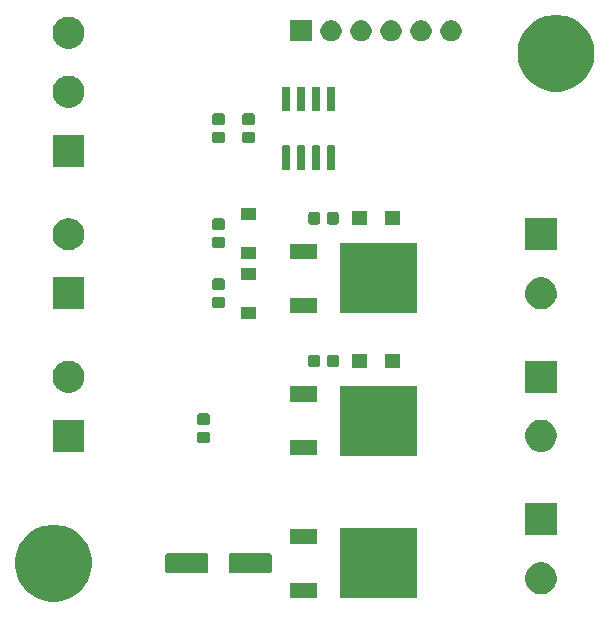
<source format=gbr>
G04 #@! TF.GenerationSoftware,KiCad,Pcbnew,(5.1.5)-3*
G04 #@! TF.CreationDate,2020-06-25T10:52:07+02:00*
G04 #@! TF.ProjectId,VacTool,56616354-6f6f-46c2-9e6b-696361645f70,v0.0*
G04 #@! TF.SameCoordinates,Original*
G04 #@! TF.FileFunction,Soldermask,Top*
G04 #@! TF.FilePolarity,Negative*
%FSLAX46Y46*%
G04 Gerber Fmt 4.6, Leading zero omitted, Abs format (unit mm)*
G04 Created by KiCad (PCBNEW (5.1.5)-3) date 2020-06-25 10:52:07*
%MOMM*%
%LPD*%
G04 APERTURE LIST*
%ADD10C,0.100000*%
G04 APERTURE END LIST*
D10*
G36*
X128904239Y-116191467D02*
G01*
X129218282Y-116253934D01*
X129809926Y-116499001D01*
X130342392Y-116854784D01*
X130795216Y-117307608D01*
X131150999Y-117840074D01*
X131396066Y-118431718D01*
X131430910Y-118606891D01*
X131521000Y-119059803D01*
X131521000Y-119700197D01*
X131468315Y-119965063D01*
X131396066Y-120328282D01*
X131150999Y-120919926D01*
X130795216Y-121452392D01*
X130342392Y-121905216D01*
X129809926Y-122260999D01*
X129218282Y-122506066D01*
X128904239Y-122568533D01*
X128590197Y-122631000D01*
X127949803Y-122631000D01*
X127635761Y-122568533D01*
X127321718Y-122506066D01*
X126730074Y-122260999D01*
X126197608Y-121905216D01*
X125744784Y-121452392D01*
X125389001Y-120919926D01*
X125143934Y-120328282D01*
X125071685Y-119965063D01*
X125019000Y-119700197D01*
X125019000Y-119059803D01*
X125109090Y-118606891D01*
X125143934Y-118431718D01*
X125389001Y-117840074D01*
X125744784Y-117307608D01*
X126197608Y-116854784D01*
X126730074Y-116499001D01*
X127321718Y-116253934D01*
X127635761Y-116191467D01*
X127949803Y-116129000D01*
X128590197Y-116129000D01*
X128904239Y-116191467D01*
G37*
G36*
X159021000Y-122331000D02*
G01*
X152519000Y-122331000D01*
X152519000Y-116429000D01*
X159021000Y-116429000D01*
X159021000Y-122331000D01*
G37*
G36*
X150621000Y-122311000D02*
G01*
X148319000Y-122311000D01*
X148319000Y-121009000D01*
X150621000Y-121009000D01*
X150621000Y-122311000D01*
G37*
G36*
X169939072Y-119350918D02*
G01*
X170116523Y-119424420D01*
X170184939Y-119452759D01*
X170272928Y-119511552D01*
X170406211Y-119600609D01*
X170594391Y-119788789D01*
X170742242Y-120010063D01*
X170844082Y-120255928D01*
X170896000Y-120516937D01*
X170896000Y-120783063D01*
X170868777Y-120919924D01*
X170844082Y-121044072D01*
X170742241Y-121289939D01*
X170716141Y-121329000D01*
X170606891Y-121492504D01*
X170594390Y-121511212D01*
X170406212Y-121699390D01*
X170184939Y-121847241D01*
X170184938Y-121847242D01*
X170184937Y-121847242D01*
X169939072Y-121949082D01*
X169678063Y-122001000D01*
X169411937Y-122001000D01*
X169150928Y-121949082D01*
X168905063Y-121847242D01*
X168905062Y-121847242D01*
X168905061Y-121847241D01*
X168683788Y-121699390D01*
X168495610Y-121511212D01*
X168483110Y-121492504D01*
X168373859Y-121329000D01*
X168347759Y-121289939D01*
X168245918Y-121044072D01*
X168221223Y-120919924D01*
X168194000Y-120783063D01*
X168194000Y-120516937D01*
X168245918Y-120255928D01*
X168347758Y-120010063D01*
X168495609Y-119788789D01*
X168683789Y-119600609D01*
X168817072Y-119511552D01*
X168905061Y-119452759D01*
X168973478Y-119424420D01*
X169150928Y-119350918D01*
X169411937Y-119299000D01*
X169678063Y-119299000D01*
X169939072Y-119350918D01*
G37*
G36*
X146595997Y-118533051D02*
G01*
X146629652Y-118543261D01*
X146660665Y-118559838D01*
X146687851Y-118582149D01*
X146710162Y-118609335D01*
X146726739Y-118640348D01*
X146736949Y-118674003D01*
X146741000Y-118715138D01*
X146741000Y-120044862D01*
X146736949Y-120085997D01*
X146726739Y-120119652D01*
X146710162Y-120150665D01*
X146687851Y-120177851D01*
X146660665Y-120200162D01*
X146629652Y-120216739D01*
X146595997Y-120226949D01*
X146554862Y-120231000D01*
X143325138Y-120231000D01*
X143284003Y-120226949D01*
X143250348Y-120216739D01*
X143219335Y-120200162D01*
X143192149Y-120177851D01*
X143169838Y-120150665D01*
X143153261Y-120119652D01*
X143143051Y-120085997D01*
X143139000Y-120044862D01*
X143139000Y-118715138D01*
X143143051Y-118674003D01*
X143153261Y-118640348D01*
X143169838Y-118609335D01*
X143192149Y-118582149D01*
X143219335Y-118559838D01*
X143250348Y-118543261D01*
X143284003Y-118533051D01*
X143325138Y-118529000D01*
X146554862Y-118529000D01*
X146595997Y-118533051D01*
G37*
G36*
X141195997Y-118533051D02*
G01*
X141229652Y-118543261D01*
X141260665Y-118559838D01*
X141287851Y-118582149D01*
X141310162Y-118609335D01*
X141326739Y-118640348D01*
X141336949Y-118674003D01*
X141341000Y-118715138D01*
X141341000Y-120044862D01*
X141336949Y-120085997D01*
X141326739Y-120119652D01*
X141310162Y-120150665D01*
X141287851Y-120177851D01*
X141260665Y-120200162D01*
X141229652Y-120216739D01*
X141195997Y-120226949D01*
X141154862Y-120231000D01*
X137925138Y-120231000D01*
X137884003Y-120226949D01*
X137850348Y-120216739D01*
X137819335Y-120200162D01*
X137792149Y-120177851D01*
X137769838Y-120150665D01*
X137753261Y-120119652D01*
X137743051Y-120085997D01*
X137739000Y-120044862D01*
X137739000Y-118715138D01*
X137743051Y-118674003D01*
X137753261Y-118640348D01*
X137769838Y-118609335D01*
X137792149Y-118582149D01*
X137819335Y-118559838D01*
X137850348Y-118543261D01*
X137884003Y-118533051D01*
X137925138Y-118529000D01*
X141154862Y-118529000D01*
X141195997Y-118533051D01*
G37*
G36*
X150621000Y-117751000D02*
G01*
X148319000Y-117751000D01*
X148319000Y-116449000D01*
X150621000Y-116449000D01*
X150621000Y-117751000D01*
G37*
G36*
X170896000Y-117001000D02*
G01*
X168194000Y-117001000D01*
X168194000Y-114299000D01*
X170896000Y-114299000D01*
X170896000Y-117001000D01*
G37*
G36*
X159021000Y-110266000D02*
G01*
X152519000Y-110266000D01*
X152519000Y-104364000D01*
X159021000Y-104364000D01*
X159021000Y-110266000D01*
G37*
G36*
X150621000Y-110246000D02*
G01*
X148319000Y-110246000D01*
X148319000Y-108944000D01*
X150621000Y-108944000D01*
X150621000Y-110246000D01*
G37*
G36*
X169939072Y-107285918D02*
G01*
X170184939Y-107387759D01*
X170284675Y-107454401D01*
X170406211Y-107535609D01*
X170594391Y-107723789D01*
X170742242Y-107945063D01*
X170844082Y-108190928D01*
X170896000Y-108451937D01*
X170896000Y-108718063D01*
X170844082Y-108979072D01*
X170743746Y-109221307D01*
X170742241Y-109224939D01*
X170594390Y-109446212D01*
X170406212Y-109634390D01*
X170184939Y-109782241D01*
X170184938Y-109782242D01*
X170184937Y-109782242D01*
X169939072Y-109884082D01*
X169678063Y-109936000D01*
X169411937Y-109936000D01*
X169150928Y-109884082D01*
X168905063Y-109782242D01*
X168905062Y-109782242D01*
X168905061Y-109782241D01*
X168683788Y-109634390D01*
X168495610Y-109446212D01*
X168347759Y-109224939D01*
X168346255Y-109221307D01*
X168245918Y-108979072D01*
X168194000Y-108718063D01*
X168194000Y-108451937D01*
X168245918Y-108190928D01*
X168347758Y-107945063D01*
X168495609Y-107723789D01*
X168683789Y-107535609D01*
X168805325Y-107454401D01*
X168905061Y-107387759D01*
X169150928Y-107285918D01*
X169411937Y-107234000D01*
X169678063Y-107234000D01*
X169939072Y-107285918D01*
G37*
G36*
X130891000Y-109936000D02*
G01*
X128189000Y-109936000D01*
X128189000Y-107234000D01*
X130891000Y-107234000D01*
X130891000Y-109936000D01*
G37*
G36*
X141349591Y-108253085D02*
G01*
X141383569Y-108263393D01*
X141414890Y-108280134D01*
X141442339Y-108302661D01*
X141464866Y-108330110D01*
X141481607Y-108361431D01*
X141491915Y-108395409D01*
X141496000Y-108436890D01*
X141496000Y-109038110D01*
X141491915Y-109079591D01*
X141481607Y-109113569D01*
X141464866Y-109144890D01*
X141442339Y-109172339D01*
X141414890Y-109194866D01*
X141383569Y-109211607D01*
X141349591Y-109221915D01*
X141308110Y-109226000D01*
X140631890Y-109226000D01*
X140590409Y-109221915D01*
X140556431Y-109211607D01*
X140525110Y-109194866D01*
X140497661Y-109172339D01*
X140475134Y-109144890D01*
X140458393Y-109113569D01*
X140448085Y-109079591D01*
X140444000Y-109038110D01*
X140444000Y-108436890D01*
X140448085Y-108395409D01*
X140458393Y-108361431D01*
X140475134Y-108330110D01*
X140497661Y-108302661D01*
X140525110Y-108280134D01*
X140556431Y-108263393D01*
X140590409Y-108253085D01*
X140631890Y-108249000D01*
X141308110Y-108249000D01*
X141349591Y-108253085D01*
G37*
G36*
X141349591Y-106678085D02*
G01*
X141383569Y-106688393D01*
X141414890Y-106705134D01*
X141442339Y-106727661D01*
X141464866Y-106755110D01*
X141481607Y-106786431D01*
X141491915Y-106820409D01*
X141496000Y-106861890D01*
X141496000Y-107463110D01*
X141491915Y-107504591D01*
X141481607Y-107538569D01*
X141464866Y-107569890D01*
X141442339Y-107597339D01*
X141414890Y-107619866D01*
X141383569Y-107636607D01*
X141349591Y-107646915D01*
X141308110Y-107651000D01*
X140631890Y-107651000D01*
X140590409Y-107646915D01*
X140556431Y-107636607D01*
X140525110Y-107619866D01*
X140497661Y-107597339D01*
X140475134Y-107569890D01*
X140458393Y-107538569D01*
X140448085Y-107504591D01*
X140444000Y-107463110D01*
X140444000Y-106861890D01*
X140448085Y-106820409D01*
X140458393Y-106786431D01*
X140475134Y-106755110D01*
X140497661Y-106727661D01*
X140525110Y-106705134D01*
X140556431Y-106688393D01*
X140590409Y-106678085D01*
X140631890Y-106674000D01*
X141308110Y-106674000D01*
X141349591Y-106678085D01*
G37*
G36*
X150621000Y-105686000D02*
G01*
X148319000Y-105686000D01*
X148319000Y-104384000D01*
X150621000Y-104384000D01*
X150621000Y-105686000D01*
G37*
G36*
X170896000Y-104936000D02*
G01*
X168194000Y-104936000D01*
X168194000Y-102234000D01*
X170896000Y-102234000D01*
X170896000Y-104936000D01*
G37*
G36*
X129934072Y-102285918D02*
G01*
X130179939Y-102387759D01*
X130291328Y-102462187D01*
X130401211Y-102535609D01*
X130589391Y-102723789D01*
X130662813Y-102833672D01*
X130737241Y-102945061D01*
X130839082Y-103190928D01*
X130891000Y-103451938D01*
X130891000Y-103718062D01*
X130839082Y-103979072D01*
X130737241Y-104224939D01*
X130589390Y-104446212D01*
X130401212Y-104634390D01*
X130179939Y-104782241D01*
X130179938Y-104782242D01*
X130179937Y-104782242D01*
X129934072Y-104884082D01*
X129673063Y-104936000D01*
X129406937Y-104936000D01*
X129145928Y-104884082D01*
X128900063Y-104782242D01*
X128900062Y-104782242D01*
X128900061Y-104782241D01*
X128678788Y-104634390D01*
X128490610Y-104446212D01*
X128342759Y-104224939D01*
X128240918Y-103979072D01*
X128189000Y-103718062D01*
X128189000Y-103451938D01*
X128240918Y-103190928D01*
X128342759Y-102945061D01*
X128417187Y-102833672D01*
X128490609Y-102723789D01*
X128678789Y-102535609D01*
X128788672Y-102462187D01*
X128900061Y-102387759D01*
X129145928Y-102285918D01*
X129406937Y-102234000D01*
X129673063Y-102234000D01*
X129934072Y-102285918D01*
G37*
G36*
X157576000Y-102836000D02*
G01*
X156374000Y-102836000D01*
X156374000Y-101634000D01*
X157576000Y-101634000D01*
X157576000Y-102836000D01*
G37*
G36*
X154776000Y-102836000D02*
G01*
X153574000Y-102836000D01*
X153574000Y-101634000D01*
X154776000Y-101634000D01*
X154776000Y-102836000D01*
G37*
G36*
X150684591Y-101713085D02*
G01*
X150718569Y-101723393D01*
X150749890Y-101740134D01*
X150777339Y-101762661D01*
X150799866Y-101790110D01*
X150816607Y-101821431D01*
X150826915Y-101855409D01*
X150831000Y-101896890D01*
X150831000Y-102573110D01*
X150826915Y-102614591D01*
X150816607Y-102648569D01*
X150799866Y-102679890D01*
X150777339Y-102707339D01*
X150749890Y-102729866D01*
X150718569Y-102746607D01*
X150684591Y-102756915D01*
X150643110Y-102761000D01*
X150041890Y-102761000D01*
X150000409Y-102756915D01*
X149966431Y-102746607D01*
X149935110Y-102729866D01*
X149907661Y-102707339D01*
X149885134Y-102679890D01*
X149868393Y-102648569D01*
X149858085Y-102614591D01*
X149854000Y-102573110D01*
X149854000Y-101896890D01*
X149858085Y-101855409D01*
X149868393Y-101821431D01*
X149885134Y-101790110D01*
X149907661Y-101762661D01*
X149935110Y-101740134D01*
X149966431Y-101723393D01*
X150000409Y-101713085D01*
X150041890Y-101709000D01*
X150643110Y-101709000D01*
X150684591Y-101713085D01*
G37*
G36*
X152259591Y-101713085D02*
G01*
X152293569Y-101723393D01*
X152324890Y-101740134D01*
X152352339Y-101762661D01*
X152374866Y-101790110D01*
X152391607Y-101821431D01*
X152401915Y-101855409D01*
X152406000Y-101896890D01*
X152406000Y-102573110D01*
X152401915Y-102614591D01*
X152391607Y-102648569D01*
X152374866Y-102679890D01*
X152352339Y-102707339D01*
X152324890Y-102729866D01*
X152293569Y-102746607D01*
X152259591Y-102756915D01*
X152218110Y-102761000D01*
X151616890Y-102761000D01*
X151575409Y-102756915D01*
X151541431Y-102746607D01*
X151510110Y-102729866D01*
X151482661Y-102707339D01*
X151460134Y-102679890D01*
X151443393Y-102648569D01*
X151433085Y-102614591D01*
X151429000Y-102573110D01*
X151429000Y-101896890D01*
X151433085Y-101855409D01*
X151443393Y-101821431D01*
X151460134Y-101790110D01*
X151482661Y-101762661D01*
X151510110Y-101740134D01*
X151541431Y-101723393D01*
X151575409Y-101713085D01*
X151616890Y-101709000D01*
X152218110Y-101709000D01*
X152259591Y-101713085D01*
G37*
G36*
X145431000Y-98671000D02*
G01*
X144129000Y-98671000D01*
X144129000Y-97669000D01*
X145431000Y-97669000D01*
X145431000Y-98671000D01*
G37*
G36*
X159021000Y-98201000D02*
G01*
X152519000Y-98201000D01*
X152519000Y-92299000D01*
X159021000Y-92299000D01*
X159021000Y-98201000D01*
G37*
G36*
X150621000Y-98181000D02*
G01*
X148319000Y-98181000D01*
X148319000Y-96879000D01*
X150621000Y-96879000D01*
X150621000Y-98181000D01*
G37*
G36*
X169939072Y-95220918D02*
G01*
X170167509Y-95315539D01*
X170184939Y-95322759D01*
X170188457Y-95325110D01*
X170406211Y-95470609D01*
X170594391Y-95658789D01*
X170742242Y-95880063D01*
X170844082Y-96125928D01*
X170896000Y-96386937D01*
X170896000Y-96653063D01*
X170860130Y-96833393D01*
X170844082Y-96914072D01*
X170742241Y-97159939D01*
X170594390Y-97381212D01*
X170406212Y-97569390D01*
X170184939Y-97717241D01*
X170184938Y-97717242D01*
X170184937Y-97717242D01*
X169939072Y-97819082D01*
X169678063Y-97871000D01*
X169411937Y-97871000D01*
X169150928Y-97819082D01*
X168905063Y-97717242D01*
X168905062Y-97717242D01*
X168905061Y-97717241D01*
X168683788Y-97569390D01*
X168495610Y-97381212D01*
X168347759Y-97159939D01*
X168245918Y-96914072D01*
X168229870Y-96833393D01*
X168194000Y-96653063D01*
X168194000Y-96386937D01*
X168245918Y-96125928D01*
X168347758Y-95880063D01*
X168495609Y-95658789D01*
X168683789Y-95470609D01*
X168901543Y-95325110D01*
X168905061Y-95322759D01*
X168922492Y-95315539D01*
X169150928Y-95220918D01*
X169411937Y-95169000D01*
X169678063Y-95169000D01*
X169939072Y-95220918D01*
G37*
G36*
X130891000Y-97871000D02*
G01*
X128189000Y-97871000D01*
X128189000Y-95169000D01*
X130891000Y-95169000D01*
X130891000Y-97871000D01*
G37*
G36*
X142619591Y-96823085D02*
G01*
X142653569Y-96833393D01*
X142684890Y-96850134D01*
X142712339Y-96872661D01*
X142734866Y-96900110D01*
X142751607Y-96931431D01*
X142761915Y-96965409D01*
X142766000Y-97006890D01*
X142766000Y-97608110D01*
X142761915Y-97649591D01*
X142751607Y-97683569D01*
X142734866Y-97714890D01*
X142712339Y-97742339D01*
X142684890Y-97764866D01*
X142653569Y-97781607D01*
X142619591Y-97791915D01*
X142578110Y-97796000D01*
X141901890Y-97796000D01*
X141860409Y-97791915D01*
X141826431Y-97781607D01*
X141795110Y-97764866D01*
X141767661Y-97742339D01*
X141745134Y-97714890D01*
X141728393Y-97683569D01*
X141718085Y-97649591D01*
X141714000Y-97608110D01*
X141714000Y-97006890D01*
X141718085Y-96965409D01*
X141728393Y-96931431D01*
X141745134Y-96900110D01*
X141767661Y-96872661D01*
X141795110Y-96850134D01*
X141826431Y-96833393D01*
X141860409Y-96823085D01*
X141901890Y-96819000D01*
X142578110Y-96819000D01*
X142619591Y-96823085D01*
G37*
G36*
X142619591Y-95248085D02*
G01*
X142653569Y-95258393D01*
X142684890Y-95275134D01*
X142712339Y-95297661D01*
X142734866Y-95325110D01*
X142751607Y-95356431D01*
X142761915Y-95390409D01*
X142766000Y-95431890D01*
X142766000Y-96033110D01*
X142761915Y-96074591D01*
X142751607Y-96108569D01*
X142734866Y-96139890D01*
X142712339Y-96167339D01*
X142684890Y-96189866D01*
X142653569Y-96206607D01*
X142619591Y-96216915D01*
X142578110Y-96221000D01*
X141901890Y-96221000D01*
X141860409Y-96216915D01*
X141826431Y-96206607D01*
X141795110Y-96189866D01*
X141767661Y-96167339D01*
X141745134Y-96139890D01*
X141728393Y-96108569D01*
X141718085Y-96074591D01*
X141714000Y-96033110D01*
X141714000Y-95431890D01*
X141718085Y-95390409D01*
X141728393Y-95356431D01*
X141745134Y-95325110D01*
X141767661Y-95297661D01*
X141795110Y-95275134D01*
X141826431Y-95258393D01*
X141860409Y-95248085D01*
X141901890Y-95244000D01*
X142578110Y-95244000D01*
X142619591Y-95248085D01*
G37*
G36*
X145431000Y-95371000D02*
G01*
X144129000Y-95371000D01*
X144129000Y-94369000D01*
X145431000Y-94369000D01*
X145431000Y-95371000D01*
G37*
G36*
X150621000Y-93621000D02*
G01*
X148319000Y-93621000D01*
X148319000Y-92319000D01*
X150621000Y-92319000D01*
X150621000Y-93621000D01*
G37*
G36*
X145431000Y-93591000D02*
G01*
X144129000Y-93591000D01*
X144129000Y-92589000D01*
X145431000Y-92589000D01*
X145431000Y-93591000D01*
G37*
G36*
X170896000Y-92871000D02*
G01*
X168194000Y-92871000D01*
X168194000Y-90169000D01*
X170896000Y-90169000D01*
X170896000Y-92871000D01*
G37*
G36*
X129934072Y-90220918D02*
G01*
X130150124Y-90310409D01*
X130179939Y-90322759D01*
X130223536Y-90351890D01*
X130401211Y-90470609D01*
X130589391Y-90658789D01*
X130737242Y-90880063D01*
X130839082Y-91125928D01*
X130891000Y-91386937D01*
X130891000Y-91653063D01*
X130839082Y-91914072D01*
X130737242Y-92159937D01*
X130589391Y-92381211D01*
X130401211Y-92569391D01*
X130371864Y-92589000D01*
X130179939Y-92717241D01*
X130179938Y-92717242D01*
X130179937Y-92717242D01*
X129934072Y-92819082D01*
X129673063Y-92871000D01*
X129406937Y-92871000D01*
X129145928Y-92819082D01*
X128900063Y-92717242D01*
X128900062Y-92717242D01*
X128900061Y-92717241D01*
X128708136Y-92589000D01*
X128678789Y-92569391D01*
X128490609Y-92381211D01*
X128342758Y-92159937D01*
X128240918Y-91914072D01*
X128189000Y-91653063D01*
X128189000Y-91386937D01*
X128240918Y-91125928D01*
X128342758Y-90880063D01*
X128490609Y-90658789D01*
X128678789Y-90470609D01*
X128856464Y-90351890D01*
X128900061Y-90322759D01*
X128929877Y-90310409D01*
X129145928Y-90220918D01*
X129406937Y-90169000D01*
X129673063Y-90169000D01*
X129934072Y-90220918D01*
G37*
G36*
X142619591Y-91743085D02*
G01*
X142653569Y-91753393D01*
X142684890Y-91770134D01*
X142712339Y-91792661D01*
X142734866Y-91820110D01*
X142751607Y-91851431D01*
X142761915Y-91885409D01*
X142766000Y-91926890D01*
X142766000Y-92528110D01*
X142761915Y-92569591D01*
X142751607Y-92603569D01*
X142734866Y-92634890D01*
X142712339Y-92662339D01*
X142684890Y-92684866D01*
X142653569Y-92701607D01*
X142619591Y-92711915D01*
X142578110Y-92716000D01*
X141901890Y-92716000D01*
X141860409Y-92711915D01*
X141826431Y-92701607D01*
X141795110Y-92684866D01*
X141767661Y-92662339D01*
X141745134Y-92634890D01*
X141728393Y-92603569D01*
X141718085Y-92569591D01*
X141714000Y-92528110D01*
X141714000Y-91926890D01*
X141718085Y-91885409D01*
X141728393Y-91851431D01*
X141745134Y-91820110D01*
X141767661Y-91792661D01*
X141795110Y-91770134D01*
X141826431Y-91753393D01*
X141860409Y-91743085D01*
X141901890Y-91739000D01*
X142578110Y-91739000D01*
X142619591Y-91743085D01*
G37*
G36*
X142619591Y-90168085D02*
G01*
X142653569Y-90178393D01*
X142684890Y-90195134D01*
X142712339Y-90217661D01*
X142734866Y-90245110D01*
X142751607Y-90276431D01*
X142761915Y-90310409D01*
X142766000Y-90351890D01*
X142766000Y-90953110D01*
X142761915Y-90994591D01*
X142751607Y-91028569D01*
X142734866Y-91059890D01*
X142712339Y-91087339D01*
X142684890Y-91109866D01*
X142653569Y-91126607D01*
X142619591Y-91136915D01*
X142578110Y-91141000D01*
X141901890Y-91141000D01*
X141860409Y-91136915D01*
X141826431Y-91126607D01*
X141795110Y-91109866D01*
X141767661Y-91087339D01*
X141745134Y-91059890D01*
X141728393Y-91028569D01*
X141718085Y-90994591D01*
X141714000Y-90953110D01*
X141714000Y-90351890D01*
X141718085Y-90310409D01*
X141728393Y-90276431D01*
X141745134Y-90245110D01*
X141767661Y-90217661D01*
X141795110Y-90195134D01*
X141826431Y-90178393D01*
X141860409Y-90168085D01*
X141901890Y-90164000D01*
X142578110Y-90164000D01*
X142619591Y-90168085D01*
G37*
G36*
X154776000Y-90771000D02*
G01*
X153574000Y-90771000D01*
X153574000Y-89569000D01*
X154776000Y-89569000D01*
X154776000Y-90771000D01*
G37*
G36*
X157576000Y-90771000D02*
G01*
X156374000Y-90771000D01*
X156374000Y-89569000D01*
X157576000Y-89569000D01*
X157576000Y-90771000D01*
G37*
G36*
X150684591Y-89648085D02*
G01*
X150718569Y-89658393D01*
X150749890Y-89675134D01*
X150777339Y-89697661D01*
X150799866Y-89725110D01*
X150816607Y-89756431D01*
X150826915Y-89790409D01*
X150831000Y-89831890D01*
X150831000Y-90508110D01*
X150826915Y-90549591D01*
X150816607Y-90583569D01*
X150799866Y-90614890D01*
X150777339Y-90642339D01*
X150749890Y-90664866D01*
X150718569Y-90681607D01*
X150684591Y-90691915D01*
X150643110Y-90696000D01*
X150041890Y-90696000D01*
X150000409Y-90691915D01*
X149966431Y-90681607D01*
X149935110Y-90664866D01*
X149907661Y-90642339D01*
X149885134Y-90614890D01*
X149868393Y-90583569D01*
X149858085Y-90549591D01*
X149854000Y-90508110D01*
X149854000Y-89831890D01*
X149858085Y-89790409D01*
X149868393Y-89756431D01*
X149885134Y-89725110D01*
X149907661Y-89697661D01*
X149935110Y-89675134D01*
X149966431Y-89658393D01*
X150000409Y-89648085D01*
X150041890Y-89644000D01*
X150643110Y-89644000D01*
X150684591Y-89648085D01*
G37*
G36*
X152259591Y-89648085D02*
G01*
X152293569Y-89658393D01*
X152324890Y-89675134D01*
X152352339Y-89697661D01*
X152374866Y-89725110D01*
X152391607Y-89756431D01*
X152401915Y-89790409D01*
X152406000Y-89831890D01*
X152406000Y-90508110D01*
X152401915Y-90549591D01*
X152391607Y-90583569D01*
X152374866Y-90614890D01*
X152352339Y-90642339D01*
X152324890Y-90664866D01*
X152293569Y-90681607D01*
X152259591Y-90691915D01*
X152218110Y-90696000D01*
X151616890Y-90696000D01*
X151575409Y-90691915D01*
X151541431Y-90681607D01*
X151510110Y-90664866D01*
X151482661Y-90642339D01*
X151460134Y-90614890D01*
X151443393Y-90583569D01*
X151433085Y-90549591D01*
X151429000Y-90508110D01*
X151429000Y-89831890D01*
X151433085Y-89790409D01*
X151443393Y-89756431D01*
X151460134Y-89725110D01*
X151482661Y-89697661D01*
X151510110Y-89675134D01*
X151541431Y-89658393D01*
X151575409Y-89648085D01*
X151616890Y-89644000D01*
X152218110Y-89644000D01*
X152259591Y-89648085D01*
G37*
G36*
X145431000Y-90291000D02*
G01*
X144129000Y-90291000D01*
X144129000Y-89289000D01*
X145431000Y-89289000D01*
X145431000Y-90291000D01*
G37*
G36*
X152024928Y-84001764D02*
G01*
X152046009Y-84008160D01*
X152065445Y-84018548D01*
X152082476Y-84032524D01*
X152096452Y-84049555D01*
X152106840Y-84068991D01*
X152113236Y-84090072D01*
X152116000Y-84118140D01*
X152116000Y-85931860D01*
X152113236Y-85959928D01*
X152106840Y-85981009D01*
X152096452Y-86000445D01*
X152082476Y-86017476D01*
X152065445Y-86031452D01*
X152046009Y-86041840D01*
X152024928Y-86048236D01*
X151996860Y-86051000D01*
X151533140Y-86051000D01*
X151505072Y-86048236D01*
X151483991Y-86041840D01*
X151464555Y-86031452D01*
X151447524Y-86017476D01*
X151433548Y-86000445D01*
X151423160Y-85981009D01*
X151416764Y-85959928D01*
X151414000Y-85931860D01*
X151414000Y-84118140D01*
X151416764Y-84090072D01*
X151423160Y-84068991D01*
X151433548Y-84049555D01*
X151447524Y-84032524D01*
X151464555Y-84018548D01*
X151483991Y-84008160D01*
X151505072Y-84001764D01*
X151533140Y-83999000D01*
X151996860Y-83999000D01*
X152024928Y-84001764D01*
G37*
G36*
X148214928Y-84001764D02*
G01*
X148236009Y-84008160D01*
X148255445Y-84018548D01*
X148272476Y-84032524D01*
X148286452Y-84049555D01*
X148296840Y-84068991D01*
X148303236Y-84090072D01*
X148306000Y-84118140D01*
X148306000Y-85931860D01*
X148303236Y-85959928D01*
X148296840Y-85981009D01*
X148286452Y-86000445D01*
X148272476Y-86017476D01*
X148255445Y-86031452D01*
X148236009Y-86041840D01*
X148214928Y-86048236D01*
X148186860Y-86051000D01*
X147723140Y-86051000D01*
X147695072Y-86048236D01*
X147673991Y-86041840D01*
X147654555Y-86031452D01*
X147637524Y-86017476D01*
X147623548Y-86000445D01*
X147613160Y-85981009D01*
X147606764Y-85959928D01*
X147604000Y-85931860D01*
X147604000Y-84118140D01*
X147606764Y-84090072D01*
X147613160Y-84068991D01*
X147623548Y-84049555D01*
X147637524Y-84032524D01*
X147654555Y-84018548D01*
X147673991Y-84008160D01*
X147695072Y-84001764D01*
X147723140Y-83999000D01*
X148186860Y-83999000D01*
X148214928Y-84001764D01*
G37*
G36*
X149484928Y-84001764D02*
G01*
X149506009Y-84008160D01*
X149525445Y-84018548D01*
X149542476Y-84032524D01*
X149556452Y-84049555D01*
X149566840Y-84068991D01*
X149573236Y-84090072D01*
X149576000Y-84118140D01*
X149576000Y-85931860D01*
X149573236Y-85959928D01*
X149566840Y-85981009D01*
X149556452Y-86000445D01*
X149542476Y-86017476D01*
X149525445Y-86031452D01*
X149506009Y-86041840D01*
X149484928Y-86048236D01*
X149456860Y-86051000D01*
X148993140Y-86051000D01*
X148965072Y-86048236D01*
X148943991Y-86041840D01*
X148924555Y-86031452D01*
X148907524Y-86017476D01*
X148893548Y-86000445D01*
X148883160Y-85981009D01*
X148876764Y-85959928D01*
X148874000Y-85931860D01*
X148874000Y-84118140D01*
X148876764Y-84090072D01*
X148883160Y-84068991D01*
X148893548Y-84049555D01*
X148907524Y-84032524D01*
X148924555Y-84018548D01*
X148943991Y-84008160D01*
X148965072Y-84001764D01*
X148993140Y-83999000D01*
X149456860Y-83999000D01*
X149484928Y-84001764D01*
G37*
G36*
X150754928Y-84001764D02*
G01*
X150776009Y-84008160D01*
X150795445Y-84018548D01*
X150812476Y-84032524D01*
X150826452Y-84049555D01*
X150836840Y-84068991D01*
X150843236Y-84090072D01*
X150846000Y-84118140D01*
X150846000Y-85931860D01*
X150843236Y-85959928D01*
X150836840Y-85981009D01*
X150826452Y-86000445D01*
X150812476Y-86017476D01*
X150795445Y-86031452D01*
X150776009Y-86041840D01*
X150754928Y-86048236D01*
X150726860Y-86051000D01*
X150263140Y-86051000D01*
X150235072Y-86048236D01*
X150213991Y-86041840D01*
X150194555Y-86031452D01*
X150177524Y-86017476D01*
X150163548Y-86000445D01*
X150153160Y-85981009D01*
X150146764Y-85959928D01*
X150144000Y-85931860D01*
X150144000Y-84118140D01*
X150146764Y-84090072D01*
X150153160Y-84068991D01*
X150163548Y-84049555D01*
X150177524Y-84032524D01*
X150194555Y-84018548D01*
X150213991Y-84008160D01*
X150235072Y-84001764D01*
X150263140Y-83999000D01*
X150726860Y-83999000D01*
X150754928Y-84001764D01*
G37*
G36*
X130891000Y-85806000D02*
G01*
X128189000Y-85806000D01*
X128189000Y-83104000D01*
X130891000Y-83104000D01*
X130891000Y-85806000D01*
G37*
G36*
X145159591Y-82853085D02*
G01*
X145193569Y-82863393D01*
X145224890Y-82880134D01*
X145252339Y-82902661D01*
X145274866Y-82930110D01*
X145291607Y-82961431D01*
X145301915Y-82995409D01*
X145306000Y-83036890D01*
X145306000Y-83638110D01*
X145301915Y-83679591D01*
X145291607Y-83713569D01*
X145274866Y-83744890D01*
X145252339Y-83772339D01*
X145224890Y-83794866D01*
X145193569Y-83811607D01*
X145159591Y-83821915D01*
X145118110Y-83826000D01*
X144441890Y-83826000D01*
X144400409Y-83821915D01*
X144366431Y-83811607D01*
X144335110Y-83794866D01*
X144307661Y-83772339D01*
X144285134Y-83744890D01*
X144268393Y-83713569D01*
X144258085Y-83679591D01*
X144254000Y-83638110D01*
X144254000Y-83036890D01*
X144258085Y-82995409D01*
X144268393Y-82961431D01*
X144285134Y-82930110D01*
X144307661Y-82902661D01*
X144335110Y-82880134D01*
X144366431Y-82863393D01*
X144400409Y-82853085D01*
X144441890Y-82849000D01*
X145118110Y-82849000D01*
X145159591Y-82853085D01*
G37*
G36*
X142619591Y-82853085D02*
G01*
X142653569Y-82863393D01*
X142684890Y-82880134D01*
X142712339Y-82902661D01*
X142734866Y-82930110D01*
X142751607Y-82961431D01*
X142761915Y-82995409D01*
X142766000Y-83036890D01*
X142766000Y-83638110D01*
X142761915Y-83679591D01*
X142751607Y-83713569D01*
X142734866Y-83744890D01*
X142712339Y-83772339D01*
X142684890Y-83794866D01*
X142653569Y-83811607D01*
X142619591Y-83821915D01*
X142578110Y-83826000D01*
X141901890Y-83826000D01*
X141860409Y-83821915D01*
X141826431Y-83811607D01*
X141795110Y-83794866D01*
X141767661Y-83772339D01*
X141745134Y-83744890D01*
X141728393Y-83713569D01*
X141718085Y-83679591D01*
X141714000Y-83638110D01*
X141714000Y-83036890D01*
X141718085Y-82995409D01*
X141728393Y-82961431D01*
X141745134Y-82930110D01*
X141767661Y-82902661D01*
X141795110Y-82880134D01*
X141826431Y-82863393D01*
X141860409Y-82853085D01*
X141901890Y-82849000D01*
X142578110Y-82849000D01*
X142619591Y-82853085D01*
G37*
G36*
X145159591Y-81278085D02*
G01*
X145193569Y-81288393D01*
X145224890Y-81305134D01*
X145252339Y-81327661D01*
X145274866Y-81355110D01*
X145291607Y-81386431D01*
X145301915Y-81420409D01*
X145306000Y-81461890D01*
X145306000Y-82063110D01*
X145301915Y-82104591D01*
X145291607Y-82138569D01*
X145274866Y-82169890D01*
X145252339Y-82197339D01*
X145224890Y-82219866D01*
X145193569Y-82236607D01*
X145159591Y-82246915D01*
X145118110Y-82251000D01*
X144441890Y-82251000D01*
X144400409Y-82246915D01*
X144366431Y-82236607D01*
X144335110Y-82219866D01*
X144307661Y-82197339D01*
X144285134Y-82169890D01*
X144268393Y-82138569D01*
X144258085Y-82104591D01*
X144254000Y-82063110D01*
X144254000Y-81461890D01*
X144258085Y-81420409D01*
X144268393Y-81386431D01*
X144285134Y-81355110D01*
X144307661Y-81327661D01*
X144335110Y-81305134D01*
X144366431Y-81288393D01*
X144400409Y-81278085D01*
X144441890Y-81274000D01*
X145118110Y-81274000D01*
X145159591Y-81278085D01*
G37*
G36*
X142619591Y-81278085D02*
G01*
X142653569Y-81288393D01*
X142684890Y-81305134D01*
X142712339Y-81327661D01*
X142734866Y-81355110D01*
X142751607Y-81386431D01*
X142761915Y-81420409D01*
X142766000Y-81461890D01*
X142766000Y-82063110D01*
X142761915Y-82104591D01*
X142751607Y-82138569D01*
X142734866Y-82169890D01*
X142712339Y-82197339D01*
X142684890Y-82219866D01*
X142653569Y-82236607D01*
X142619591Y-82246915D01*
X142578110Y-82251000D01*
X141901890Y-82251000D01*
X141860409Y-82246915D01*
X141826431Y-82236607D01*
X141795110Y-82219866D01*
X141767661Y-82197339D01*
X141745134Y-82169890D01*
X141728393Y-82138569D01*
X141718085Y-82104591D01*
X141714000Y-82063110D01*
X141714000Y-81461890D01*
X141718085Y-81420409D01*
X141728393Y-81386431D01*
X141745134Y-81355110D01*
X141767661Y-81327661D01*
X141795110Y-81305134D01*
X141826431Y-81288393D01*
X141860409Y-81278085D01*
X141901890Y-81274000D01*
X142578110Y-81274000D01*
X142619591Y-81278085D01*
G37*
G36*
X152024928Y-79051764D02*
G01*
X152046009Y-79058160D01*
X152065445Y-79068548D01*
X152082476Y-79082524D01*
X152096452Y-79099555D01*
X152106840Y-79118991D01*
X152113236Y-79140072D01*
X152116000Y-79168140D01*
X152116000Y-80981860D01*
X152113236Y-81009928D01*
X152106840Y-81031009D01*
X152096452Y-81050445D01*
X152082476Y-81067476D01*
X152065445Y-81081452D01*
X152046009Y-81091840D01*
X152024928Y-81098236D01*
X151996860Y-81101000D01*
X151533140Y-81101000D01*
X151505072Y-81098236D01*
X151483991Y-81091840D01*
X151464555Y-81081452D01*
X151447524Y-81067476D01*
X151433548Y-81050445D01*
X151423160Y-81031009D01*
X151416764Y-81009928D01*
X151414000Y-80981860D01*
X151414000Y-79168140D01*
X151416764Y-79140072D01*
X151423160Y-79118991D01*
X151433548Y-79099555D01*
X151447524Y-79082524D01*
X151464555Y-79068548D01*
X151483991Y-79058160D01*
X151505072Y-79051764D01*
X151533140Y-79049000D01*
X151996860Y-79049000D01*
X152024928Y-79051764D01*
G37*
G36*
X150754928Y-79051764D02*
G01*
X150776009Y-79058160D01*
X150795445Y-79068548D01*
X150812476Y-79082524D01*
X150826452Y-79099555D01*
X150836840Y-79118991D01*
X150843236Y-79140072D01*
X150846000Y-79168140D01*
X150846000Y-80981860D01*
X150843236Y-81009928D01*
X150836840Y-81031009D01*
X150826452Y-81050445D01*
X150812476Y-81067476D01*
X150795445Y-81081452D01*
X150776009Y-81091840D01*
X150754928Y-81098236D01*
X150726860Y-81101000D01*
X150263140Y-81101000D01*
X150235072Y-81098236D01*
X150213991Y-81091840D01*
X150194555Y-81081452D01*
X150177524Y-81067476D01*
X150163548Y-81050445D01*
X150153160Y-81031009D01*
X150146764Y-81009928D01*
X150144000Y-80981860D01*
X150144000Y-79168140D01*
X150146764Y-79140072D01*
X150153160Y-79118991D01*
X150163548Y-79099555D01*
X150177524Y-79082524D01*
X150194555Y-79068548D01*
X150213991Y-79058160D01*
X150235072Y-79051764D01*
X150263140Y-79049000D01*
X150726860Y-79049000D01*
X150754928Y-79051764D01*
G37*
G36*
X149484928Y-79051764D02*
G01*
X149506009Y-79058160D01*
X149525445Y-79068548D01*
X149542476Y-79082524D01*
X149556452Y-79099555D01*
X149566840Y-79118991D01*
X149573236Y-79140072D01*
X149576000Y-79168140D01*
X149576000Y-80981860D01*
X149573236Y-81009928D01*
X149566840Y-81031009D01*
X149556452Y-81050445D01*
X149542476Y-81067476D01*
X149525445Y-81081452D01*
X149506009Y-81091840D01*
X149484928Y-81098236D01*
X149456860Y-81101000D01*
X148993140Y-81101000D01*
X148965072Y-81098236D01*
X148943991Y-81091840D01*
X148924555Y-81081452D01*
X148907524Y-81067476D01*
X148893548Y-81050445D01*
X148883160Y-81031009D01*
X148876764Y-81009928D01*
X148874000Y-80981860D01*
X148874000Y-79168140D01*
X148876764Y-79140072D01*
X148883160Y-79118991D01*
X148893548Y-79099555D01*
X148907524Y-79082524D01*
X148924555Y-79068548D01*
X148943991Y-79058160D01*
X148965072Y-79051764D01*
X148993140Y-79049000D01*
X149456860Y-79049000D01*
X149484928Y-79051764D01*
G37*
G36*
X148214928Y-79051764D02*
G01*
X148236009Y-79058160D01*
X148255445Y-79068548D01*
X148272476Y-79082524D01*
X148286452Y-79099555D01*
X148296840Y-79118991D01*
X148303236Y-79140072D01*
X148306000Y-79168140D01*
X148306000Y-80981860D01*
X148303236Y-81009928D01*
X148296840Y-81031009D01*
X148286452Y-81050445D01*
X148272476Y-81067476D01*
X148255445Y-81081452D01*
X148236009Y-81091840D01*
X148214928Y-81098236D01*
X148186860Y-81101000D01*
X147723140Y-81101000D01*
X147695072Y-81098236D01*
X147673991Y-81091840D01*
X147654555Y-81081452D01*
X147637524Y-81067476D01*
X147623548Y-81050445D01*
X147613160Y-81031009D01*
X147606764Y-81009928D01*
X147604000Y-80981860D01*
X147604000Y-79168140D01*
X147606764Y-79140072D01*
X147613160Y-79118991D01*
X147623548Y-79099555D01*
X147637524Y-79082524D01*
X147654555Y-79068548D01*
X147673991Y-79058160D01*
X147695072Y-79051764D01*
X147723140Y-79049000D01*
X148186860Y-79049000D01*
X148214928Y-79051764D01*
G37*
G36*
X129899293Y-78149000D02*
G01*
X129934072Y-78155918D01*
X130179939Y-78257759D01*
X130238258Y-78296727D01*
X130401211Y-78405609D01*
X130589391Y-78593789D01*
X130737242Y-78815063D01*
X130839082Y-79060928D01*
X130871619Y-79224500D01*
X130891000Y-79321938D01*
X130891000Y-79588062D01*
X130839082Y-79849072D01*
X130737241Y-80094939D01*
X130589390Y-80316212D01*
X130401212Y-80504390D01*
X130179939Y-80652241D01*
X130179938Y-80652242D01*
X130179937Y-80652242D01*
X129934072Y-80754082D01*
X129673063Y-80806000D01*
X129406937Y-80806000D01*
X129145928Y-80754082D01*
X128900063Y-80652242D01*
X128900062Y-80652242D01*
X128900061Y-80652241D01*
X128678788Y-80504390D01*
X128490610Y-80316212D01*
X128342759Y-80094939D01*
X128240918Y-79849072D01*
X128189000Y-79588062D01*
X128189000Y-79321938D01*
X128208382Y-79224500D01*
X128240918Y-79060928D01*
X128342758Y-78815063D01*
X128490609Y-78593789D01*
X128678789Y-78405609D01*
X128841742Y-78296727D01*
X128900061Y-78257759D01*
X129145928Y-78155918D01*
X129180707Y-78149000D01*
X129406937Y-78104000D01*
X129673063Y-78104000D01*
X129899293Y-78149000D01*
G37*
G36*
X171449239Y-73011467D02*
G01*
X171763282Y-73073934D01*
X172354926Y-73319001D01*
X172887392Y-73674784D01*
X173340216Y-74127608D01*
X173695999Y-74660074D01*
X173941066Y-75251718D01*
X173991326Y-75504390D01*
X174066000Y-75879803D01*
X174066000Y-76520197D01*
X174003533Y-76834239D01*
X173941066Y-77148282D01*
X173695999Y-77739926D01*
X173452732Y-78104000D01*
X173349994Y-78257759D01*
X173340216Y-78272392D01*
X172887392Y-78725216D01*
X172354926Y-79080999D01*
X171763282Y-79326066D01*
X171449239Y-79388533D01*
X171135197Y-79451000D01*
X170494803Y-79451000D01*
X170180761Y-79388533D01*
X169866718Y-79326066D01*
X169275074Y-79080999D01*
X168742608Y-78725216D01*
X168289784Y-78272392D01*
X168280007Y-78257759D01*
X168177268Y-78104000D01*
X167934001Y-77739926D01*
X167688934Y-77148282D01*
X167626467Y-76834239D01*
X167564000Y-76520197D01*
X167564000Y-75879803D01*
X167638674Y-75504390D01*
X167688934Y-75251718D01*
X167934001Y-74660074D01*
X168289784Y-74127608D01*
X168742608Y-73674784D01*
X169275074Y-73319001D01*
X169866718Y-73073934D01*
X170180761Y-73011467D01*
X170494803Y-72949000D01*
X171135197Y-72949000D01*
X171449239Y-73011467D01*
G37*
G36*
X129934072Y-73155918D02*
G01*
X130179939Y-73257759D01*
X130271593Y-73319001D01*
X130401211Y-73405609D01*
X130589391Y-73593789D01*
X130737242Y-73815063D01*
X130839082Y-74060928D01*
X130891000Y-74321937D01*
X130891000Y-74588063D01*
X130864401Y-74721784D01*
X130839082Y-74849072D01*
X130737241Y-75094939D01*
X130589390Y-75316212D01*
X130401212Y-75504390D01*
X130179939Y-75652241D01*
X130179938Y-75652242D01*
X130179937Y-75652242D01*
X129934072Y-75754082D01*
X129673063Y-75806000D01*
X129406937Y-75806000D01*
X129145928Y-75754082D01*
X128900063Y-75652242D01*
X128900062Y-75652242D01*
X128900061Y-75652241D01*
X128678788Y-75504390D01*
X128490610Y-75316212D01*
X128342759Y-75094939D01*
X128240918Y-74849072D01*
X128215599Y-74721784D01*
X128189000Y-74588063D01*
X128189000Y-74321937D01*
X128240918Y-74060928D01*
X128342758Y-73815063D01*
X128490609Y-73593789D01*
X128678789Y-73405609D01*
X128808407Y-73319001D01*
X128900061Y-73257759D01*
X129145928Y-73155918D01*
X129406937Y-73104000D01*
X129673063Y-73104000D01*
X129934072Y-73155918D01*
G37*
G36*
X162038512Y-73398927D02*
G01*
X162187812Y-73428624D01*
X162351784Y-73496544D01*
X162499354Y-73595147D01*
X162624853Y-73720646D01*
X162723456Y-73868216D01*
X162791376Y-74032188D01*
X162826000Y-74206259D01*
X162826000Y-74383741D01*
X162791376Y-74557812D01*
X162723456Y-74721784D01*
X162624853Y-74869354D01*
X162499354Y-74994853D01*
X162351784Y-75093456D01*
X162187812Y-75161376D01*
X162038512Y-75191073D01*
X162013742Y-75196000D01*
X161836258Y-75196000D01*
X161811488Y-75191073D01*
X161662188Y-75161376D01*
X161498216Y-75093456D01*
X161350646Y-74994853D01*
X161225147Y-74869354D01*
X161126544Y-74721784D01*
X161058624Y-74557812D01*
X161024000Y-74383741D01*
X161024000Y-74206259D01*
X161058624Y-74032188D01*
X161126544Y-73868216D01*
X161225147Y-73720646D01*
X161350646Y-73595147D01*
X161498216Y-73496544D01*
X161662188Y-73428624D01*
X161811488Y-73398927D01*
X161836258Y-73394000D01*
X162013742Y-73394000D01*
X162038512Y-73398927D01*
G37*
G36*
X150126000Y-75196000D02*
G01*
X148324000Y-75196000D01*
X148324000Y-73394000D01*
X150126000Y-73394000D01*
X150126000Y-75196000D01*
G37*
G36*
X151878512Y-73398927D02*
G01*
X152027812Y-73428624D01*
X152191784Y-73496544D01*
X152339354Y-73595147D01*
X152464853Y-73720646D01*
X152563456Y-73868216D01*
X152631376Y-74032188D01*
X152666000Y-74206259D01*
X152666000Y-74383741D01*
X152631376Y-74557812D01*
X152563456Y-74721784D01*
X152464853Y-74869354D01*
X152339354Y-74994853D01*
X152191784Y-75093456D01*
X152027812Y-75161376D01*
X151878512Y-75191073D01*
X151853742Y-75196000D01*
X151676258Y-75196000D01*
X151651488Y-75191073D01*
X151502188Y-75161376D01*
X151338216Y-75093456D01*
X151190646Y-74994853D01*
X151065147Y-74869354D01*
X150966544Y-74721784D01*
X150898624Y-74557812D01*
X150864000Y-74383741D01*
X150864000Y-74206259D01*
X150898624Y-74032188D01*
X150966544Y-73868216D01*
X151065147Y-73720646D01*
X151190646Y-73595147D01*
X151338216Y-73496544D01*
X151502188Y-73428624D01*
X151651488Y-73398927D01*
X151676258Y-73394000D01*
X151853742Y-73394000D01*
X151878512Y-73398927D01*
G37*
G36*
X154418512Y-73398927D02*
G01*
X154567812Y-73428624D01*
X154731784Y-73496544D01*
X154879354Y-73595147D01*
X155004853Y-73720646D01*
X155103456Y-73868216D01*
X155171376Y-74032188D01*
X155206000Y-74206259D01*
X155206000Y-74383741D01*
X155171376Y-74557812D01*
X155103456Y-74721784D01*
X155004853Y-74869354D01*
X154879354Y-74994853D01*
X154731784Y-75093456D01*
X154567812Y-75161376D01*
X154418512Y-75191073D01*
X154393742Y-75196000D01*
X154216258Y-75196000D01*
X154191488Y-75191073D01*
X154042188Y-75161376D01*
X153878216Y-75093456D01*
X153730646Y-74994853D01*
X153605147Y-74869354D01*
X153506544Y-74721784D01*
X153438624Y-74557812D01*
X153404000Y-74383741D01*
X153404000Y-74206259D01*
X153438624Y-74032188D01*
X153506544Y-73868216D01*
X153605147Y-73720646D01*
X153730646Y-73595147D01*
X153878216Y-73496544D01*
X154042188Y-73428624D01*
X154191488Y-73398927D01*
X154216258Y-73394000D01*
X154393742Y-73394000D01*
X154418512Y-73398927D01*
G37*
G36*
X156958512Y-73398927D02*
G01*
X157107812Y-73428624D01*
X157271784Y-73496544D01*
X157419354Y-73595147D01*
X157544853Y-73720646D01*
X157643456Y-73868216D01*
X157711376Y-74032188D01*
X157746000Y-74206259D01*
X157746000Y-74383741D01*
X157711376Y-74557812D01*
X157643456Y-74721784D01*
X157544853Y-74869354D01*
X157419354Y-74994853D01*
X157271784Y-75093456D01*
X157107812Y-75161376D01*
X156958512Y-75191073D01*
X156933742Y-75196000D01*
X156756258Y-75196000D01*
X156731488Y-75191073D01*
X156582188Y-75161376D01*
X156418216Y-75093456D01*
X156270646Y-74994853D01*
X156145147Y-74869354D01*
X156046544Y-74721784D01*
X155978624Y-74557812D01*
X155944000Y-74383741D01*
X155944000Y-74206259D01*
X155978624Y-74032188D01*
X156046544Y-73868216D01*
X156145147Y-73720646D01*
X156270646Y-73595147D01*
X156418216Y-73496544D01*
X156582188Y-73428624D01*
X156731488Y-73398927D01*
X156756258Y-73394000D01*
X156933742Y-73394000D01*
X156958512Y-73398927D01*
G37*
G36*
X159498512Y-73398927D02*
G01*
X159647812Y-73428624D01*
X159811784Y-73496544D01*
X159959354Y-73595147D01*
X160084853Y-73720646D01*
X160183456Y-73868216D01*
X160251376Y-74032188D01*
X160286000Y-74206259D01*
X160286000Y-74383741D01*
X160251376Y-74557812D01*
X160183456Y-74721784D01*
X160084853Y-74869354D01*
X159959354Y-74994853D01*
X159811784Y-75093456D01*
X159647812Y-75161376D01*
X159498512Y-75191073D01*
X159473742Y-75196000D01*
X159296258Y-75196000D01*
X159271488Y-75191073D01*
X159122188Y-75161376D01*
X158958216Y-75093456D01*
X158810646Y-74994853D01*
X158685147Y-74869354D01*
X158586544Y-74721784D01*
X158518624Y-74557812D01*
X158484000Y-74383741D01*
X158484000Y-74206259D01*
X158518624Y-74032188D01*
X158586544Y-73868216D01*
X158685147Y-73720646D01*
X158810646Y-73595147D01*
X158958216Y-73496544D01*
X159122188Y-73428624D01*
X159271488Y-73398927D01*
X159296258Y-73394000D01*
X159473742Y-73394000D01*
X159498512Y-73398927D01*
G37*
M02*

</source>
